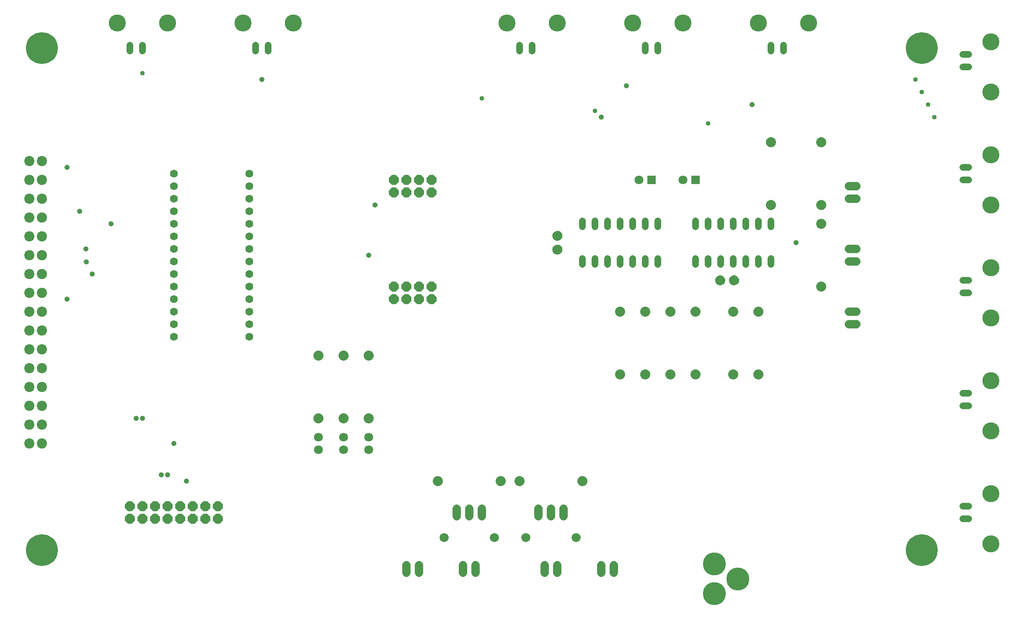
<source format=gbs>
G04 EAGLE Gerber X2 export*
%TF.Part,Single*%
%TF.FileFunction,Other,Bottom Soldermask*%
%TF.FilePolarity,Positive*%
%TF.GenerationSoftware,Autodesk,EAGLE,8.6.3*%
%TF.CreationDate,2018-06-13T18:23:44Z*%
G75*
%MOMM*%
%FSLAX34Y34*%
%LPD*%
%AMOC8*
5,1,8,0,0,1.08239X$1,22.5*%
G01*
%ADD10C,4.648200*%
%ADD11C,2.057400*%
%ADD12C,1.358800*%
%ADD13C,3.452400*%
%ADD14C,1.600200*%
%ADD15P,2.199416X8X22.500000*%
%ADD16C,1.676400*%
%ADD17C,1.828800*%
%ADD18C,2.032000*%
%ADD19R,1.803400X1.803400*%
%ADD20C,1.803400*%
%ADD21C,1.371600*%
%ADD22C,6.438900*%
%ADD23C,1.066800*%
%ADD24C,0.958800*%

G36*
X1093718Y753336D02*
X1093718Y753336D01*
X1093761Y753347D01*
X1093827Y753353D01*
X1095457Y753765D01*
X1095497Y753783D01*
X1095561Y753801D01*
X1097094Y754489D01*
X1097131Y754514D01*
X1097191Y754543D01*
X1098581Y755487D01*
X1098613Y755518D01*
X1098667Y755556D01*
X1099873Y756727D01*
X1099899Y756764D01*
X1099945Y756811D01*
X1100929Y758173D01*
X1100948Y758214D01*
X1100985Y758268D01*
X1101718Y759781D01*
X1101730Y759824D01*
X1101757Y759884D01*
X1102215Y761501D01*
X1102220Y761546D01*
X1102236Y761610D01*
X1102407Y763282D01*
X1102403Y763330D01*
X1102407Y763409D01*
X1102241Y765081D01*
X1102229Y765124D01*
X1102220Y765190D01*
X1101766Y766807D01*
X1101747Y766848D01*
X1101727Y766911D01*
X1100999Y768425D01*
X1100973Y768461D01*
X1100943Y768520D01*
X1099962Y769885D01*
X1099930Y769916D01*
X1099890Y769969D01*
X1098688Y771143D01*
X1098651Y771168D01*
X1098603Y771213D01*
X1097215Y772160D01*
X1097174Y772178D01*
X1097118Y772214D01*
X1095587Y772906D01*
X1095544Y772917D01*
X1095483Y772943D01*
X1093854Y773358D01*
X1093810Y773361D01*
X1093745Y773376D01*
X1092070Y773502D01*
X1092023Y773498D01*
X1091951Y773500D01*
X1090116Y773295D01*
X1090069Y773281D01*
X1089994Y773269D01*
X1088233Y772709D01*
X1088191Y772686D01*
X1088119Y772660D01*
X1086502Y771767D01*
X1086464Y771737D01*
X1086399Y771697D01*
X1084987Y770506D01*
X1084956Y770469D01*
X1084900Y770417D01*
X1083747Y768973D01*
X1083725Y768931D01*
X1083680Y768869D01*
X1082831Y767228D01*
X1082817Y767182D01*
X1082785Y767113D01*
X1082272Y765338D01*
X1082267Y765290D01*
X1082250Y765215D01*
X1082093Y763375D01*
X1082097Y763331D01*
X1082093Y763266D01*
X1082253Y761435D01*
X1082266Y761389D01*
X1082274Y761328D01*
X1082274Y761326D01*
X1082276Y761313D01*
X1082790Y759549D01*
X1082811Y759505D01*
X1082836Y759433D01*
X1083685Y757803D01*
X1083714Y757765D01*
X1083753Y757699D01*
X1084903Y756266D01*
X1084939Y756234D01*
X1084990Y756177D01*
X1086398Y754996D01*
X1086439Y754972D01*
X1086500Y754926D01*
X1088112Y754042D01*
X1088157Y754027D01*
X1088226Y753993D01*
X1089979Y753441D01*
X1090026Y753435D01*
X1090100Y753415D01*
X1091927Y753216D01*
X1091973Y753219D01*
X1092042Y753213D01*
X1093718Y753336D01*
G37*
G36*
X1093718Y725345D02*
X1093718Y725345D01*
X1093761Y725356D01*
X1093827Y725362D01*
X1095457Y725774D01*
X1095497Y725792D01*
X1095561Y725810D01*
X1097094Y726498D01*
X1097131Y726523D01*
X1097191Y726552D01*
X1098581Y727496D01*
X1098613Y727527D01*
X1098667Y727565D01*
X1099873Y728736D01*
X1099899Y728773D01*
X1099945Y728820D01*
X1100929Y730182D01*
X1100948Y730223D01*
X1100985Y730277D01*
X1101718Y731790D01*
X1101730Y731833D01*
X1101757Y731893D01*
X1102215Y733510D01*
X1102220Y733555D01*
X1102236Y733619D01*
X1102407Y735291D01*
X1102403Y735339D01*
X1102407Y735418D01*
X1102241Y737090D01*
X1102229Y737133D01*
X1102220Y737199D01*
X1101766Y738816D01*
X1101747Y738857D01*
X1101727Y738920D01*
X1100999Y740434D01*
X1100973Y740470D01*
X1100943Y740529D01*
X1099962Y741894D01*
X1099930Y741925D01*
X1099890Y741978D01*
X1098688Y743152D01*
X1098651Y743177D01*
X1098603Y743222D01*
X1097215Y744169D01*
X1097174Y744187D01*
X1097118Y744223D01*
X1095587Y744915D01*
X1095544Y744926D01*
X1095483Y744952D01*
X1093854Y745367D01*
X1093810Y745370D01*
X1093745Y745385D01*
X1092070Y745511D01*
X1092023Y745507D01*
X1091951Y745509D01*
X1090116Y745304D01*
X1090069Y745290D01*
X1089994Y745278D01*
X1088233Y744718D01*
X1088191Y744695D01*
X1088119Y744669D01*
X1086502Y743776D01*
X1086464Y743746D01*
X1086399Y743706D01*
X1084987Y742515D01*
X1084956Y742478D01*
X1084900Y742426D01*
X1083747Y740982D01*
X1083725Y740940D01*
X1083680Y740878D01*
X1082831Y739237D01*
X1082817Y739191D01*
X1082785Y739122D01*
X1082272Y737347D01*
X1082267Y737299D01*
X1082250Y737224D01*
X1082093Y735384D01*
X1082097Y735340D01*
X1082093Y735275D01*
X1082253Y733444D01*
X1082266Y733398D01*
X1082274Y733337D01*
X1082274Y733335D01*
X1082276Y733322D01*
X1082790Y731558D01*
X1082811Y731514D01*
X1082836Y731442D01*
X1083685Y729812D01*
X1083714Y729774D01*
X1083753Y729708D01*
X1084903Y728275D01*
X1084939Y728243D01*
X1084990Y728186D01*
X1086398Y727005D01*
X1086439Y726981D01*
X1086500Y726935D01*
X1088112Y726051D01*
X1088157Y726036D01*
X1088226Y726002D01*
X1089979Y725450D01*
X1090026Y725444D01*
X1090100Y725424D01*
X1091927Y725225D01*
X1091973Y725228D01*
X1092042Y725222D01*
X1093718Y725345D01*
G37*
G36*
X1449060Y662997D02*
X1449060Y662997D01*
X1449125Y662993D01*
X1450956Y663153D01*
X1451002Y663166D01*
X1451078Y663176D01*
X1452842Y663690D01*
X1452886Y663711D01*
X1452958Y663736D01*
X1454588Y664585D01*
X1454626Y664614D01*
X1454692Y664653D01*
X1456125Y665803D01*
X1456157Y665839D01*
X1456214Y665890D01*
X1457395Y667298D01*
X1457419Y667339D01*
X1457465Y667400D01*
X1458010Y668393D01*
X1458349Y669012D01*
X1458364Y669057D01*
X1458398Y669126D01*
X1458950Y670879D01*
X1458956Y670926D01*
X1458976Y671000D01*
X1459176Y672827D01*
X1459172Y672873D01*
X1459178Y672942D01*
X1459055Y674618D01*
X1459044Y674661D01*
X1459038Y674727D01*
X1458627Y676357D01*
X1458608Y676397D01*
X1458590Y676461D01*
X1457902Y677994D01*
X1457877Y678031D01*
X1457848Y678091D01*
X1456904Y679481D01*
X1456873Y679513D01*
X1456835Y679567D01*
X1455664Y680773D01*
X1455628Y680799D01*
X1455580Y680845D01*
X1454218Y681829D01*
X1454177Y681848D01*
X1454123Y681885D01*
X1452610Y682618D01*
X1452567Y682630D01*
X1452507Y682657D01*
X1450890Y683115D01*
X1450845Y683120D01*
X1450781Y683136D01*
X1449109Y683307D01*
X1449061Y683303D01*
X1448982Y683307D01*
X1447310Y683141D01*
X1447267Y683129D01*
X1447202Y683120D01*
X1445584Y682666D01*
X1445543Y682647D01*
X1445480Y682627D01*
X1443966Y681899D01*
X1443930Y681873D01*
X1443871Y681843D01*
X1442506Y680862D01*
X1442475Y680830D01*
X1442422Y680790D01*
X1441248Y679588D01*
X1441223Y679551D01*
X1441178Y679503D01*
X1440231Y678115D01*
X1440213Y678074D01*
X1440177Y678018D01*
X1439485Y676487D01*
X1439474Y676444D01*
X1439448Y676383D01*
X1439033Y674754D01*
X1439030Y674710D01*
X1439015Y674645D01*
X1438889Y672970D01*
X1438893Y672923D01*
X1438891Y672851D01*
X1439096Y671016D01*
X1439110Y670969D01*
X1439122Y670894D01*
X1439682Y669133D01*
X1439705Y669091D01*
X1439731Y669019D01*
X1440624Y667402D01*
X1440654Y667364D01*
X1440694Y667299D01*
X1441885Y665887D01*
X1441922Y665856D01*
X1441974Y665800D01*
X1443418Y664647D01*
X1443460Y664625D01*
X1443522Y664580D01*
X1445163Y663731D01*
X1445209Y663717D01*
X1445278Y663685D01*
X1447053Y663172D01*
X1447101Y663167D01*
X1447176Y663150D01*
X1449016Y662993D01*
X1449060Y662997D01*
G37*
G36*
X1421069Y662997D02*
X1421069Y662997D01*
X1421134Y662993D01*
X1422965Y663153D01*
X1423011Y663166D01*
X1423087Y663176D01*
X1424851Y663690D01*
X1424895Y663711D01*
X1424967Y663736D01*
X1426597Y664585D01*
X1426635Y664614D01*
X1426701Y664653D01*
X1428134Y665803D01*
X1428166Y665839D01*
X1428223Y665890D01*
X1429404Y667298D01*
X1429428Y667339D01*
X1429474Y667400D01*
X1430019Y668393D01*
X1430358Y669012D01*
X1430373Y669057D01*
X1430407Y669126D01*
X1430959Y670879D01*
X1430965Y670926D01*
X1430985Y671000D01*
X1431185Y672827D01*
X1431181Y672873D01*
X1431187Y672942D01*
X1431064Y674618D01*
X1431053Y674661D01*
X1431047Y674727D01*
X1430636Y676357D01*
X1430617Y676397D01*
X1430599Y676461D01*
X1429911Y677994D01*
X1429886Y678031D01*
X1429857Y678091D01*
X1428913Y679481D01*
X1428882Y679513D01*
X1428844Y679567D01*
X1427673Y680773D01*
X1427637Y680799D01*
X1427589Y680845D01*
X1426227Y681829D01*
X1426186Y681848D01*
X1426132Y681885D01*
X1424619Y682618D01*
X1424576Y682630D01*
X1424516Y682657D01*
X1422899Y683115D01*
X1422854Y683120D01*
X1422790Y683136D01*
X1421118Y683307D01*
X1421070Y683303D01*
X1420991Y683307D01*
X1419319Y683141D01*
X1419276Y683129D01*
X1419211Y683120D01*
X1417593Y682666D01*
X1417552Y682647D01*
X1417489Y682627D01*
X1415975Y681899D01*
X1415939Y681873D01*
X1415880Y681843D01*
X1414515Y680862D01*
X1414484Y680830D01*
X1414431Y680790D01*
X1413257Y679588D01*
X1413232Y679551D01*
X1413187Y679503D01*
X1412240Y678115D01*
X1412222Y678074D01*
X1412186Y678018D01*
X1411494Y676487D01*
X1411483Y676444D01*
X1411457Y676383D01*
X1411042Y674754D01*
X1411039Y674710D01*
X1411024Y674645D01*
X1410898Y672970D01*
X1410902Y672923D01*
X1410900Y672851D01*
X1411105Y671016D01*
X1411119Y670969D01*
X1411131Y670894D01*
X1411691Y669133D01*
X1411714Y669091D01*
X1411740Y669019D01*
X1412633Y667402D01*
X1412663Y667364D01*
X1412703Y667299D01*
X1413894Y665887D01*
X1413931Y665856D01*
X1413983Y665800D01*
X1415427Y664647D01*
X1415469Y664625D01*
X1415531Y664580D01*
X1417172Y663731D01*
X1417218Y663717D01*
X1417287Y663685D01*
X1419062Y663172D01*
X1419110Y663167D01*
X1419185Y663150D01*
X1421025Y662993D01*
X1421069Y662997D01*
G37*
D10*
X1409700Y98900D03*
X1409700Y38900D03*
X1456700Y68900D03*
D11*
X50800Y914400D03*
X50800Y876300D03*
X50800Y838200D03*
X50800Y800100D03*
X50800Y762000D03*
X50800Y723900D03*
X50800Y685800D03*
X50800Y647700D03*
X50800Y609600D03*
X50800Y571500D03*
X50800Y533400D03*
X50800Y495300D03*
X50800Y457200D03*
X50800Y419100D03*
X50800Y381000D03*
X50800Y342900D03*
X25400Y914400D03*
X25400Y876300D03*
X25400Y838200D03*
X25400Y800100D03*
X25400Y762000D03*
X25400Y723900D03*
X25400Y685800D03*
X25400Y647700D03*
X25400Y609600D03*
X25400Y571500D03*
X25400Y533400D03*
X25400Y495300D03*
X25400Y457200D03*
X25400Y419100D03*
X25400Y381000D03*
X25400Y342900D03*
D12*
X228600Y1136968D02*
X228600Y1149032D01*
X254000Y1149032D02*
X254000Y1136968D01*
D13*
X203200Y1193800D03*
X304800Y1193800D03*
D12*
X1911668Y215900D02*
X1923732Y215900D01*
X1923732Y190500D02*
X1911668Y190500D01*
D13*
X1968500Y241300D03*
X1968500Y139700D03*
D14*
X469900Y558800D03*
X469900Y584200D03*
X469900Y609600D03*
X469900Y635000D03*
X469900Y660400D03*
X469900Y685800D03*
X469900Y711200D03*
X469900Y736600D03*
X469900Y762000D03*
X469900Y787400D03*
X469900Y812800D03*
X469900Y838200D03*
X469900Y863600D03*
X469900Y889000D03*
X317500Y889000D03*
X317500Y863600D03*
X317500Y838200D03*
X317500Y812800D03*
X317500Y787400D03*
X317500Y762000D03*
X317500Y736600D03*
X317500Y711200D03*
X317500Y685800D03*
X317500Y660400D03*
X317500Y635000D03*
X317500Y609600D03*
X317500Y584200D03*
X317500Y558800D03*
D12*
X482600Y1136968D02*
X482600Y1149032D01*
X508000Y1149032D02*
X508000Y1136968D01*
D13*
X457200Y1193800D03*
X558800Y1193800D03*
D12*
X1524000Y1149032D02*
X1524000Y1136968D01*
X1549400Y1136968D02*
X1549400Y1149032D01*
D13*
X1498600Y1193800D03*
X1600200Y1193800D03*
D12*
X1270000Y1149032D02*
X1270000Y1136968D01*
X1295400Y1136968D02*
X1295400Y1149032D01*
D13*
X1244600Y1193800D03*
X1346200Y1193800D03*
D12*
X1016000Y1149032D02*
X1016000Y1136968D01*
X1041400Y1136968D02*
X1041400Y1149032D01*
D13*
X990600Y1193800D03*
X1092200Y1193800D03*
D12*
X1911668Y1130300D02*
X1923732Y1130300D01*
X1923732Y1104900D02*
X1911668Y1104900D01*
D13*
X1968500Y1155700D03*
X1968500Y1054100D03*
D12*
X1923732Y901700D02*
X1911668Y901700D01*
X1911668Y876300D02*
X1923732Y876300D01*
D13*
X1968500Y927100D03*
X1968500Y825500D03*
D12*
X1923732Y673100D02*
X1911668Y673100D01*
X1911668Y647700D02*
X1923732Y647700D01*
D13*
X1968500Y698500D03*
X1968500Y596900D03*
D12*
X1923732Y444500D02*
X1911668Y444500D01*
X1911668Y419100D02*
X1923732Y419100D01*
D13*
X1968500Y469900D03*
X1968500Y368300D03*
D15*
X762000Y850900D03*
X762000Y876300D03*
X787400Y850900D03*
X787400Y876300D03*
X812800Y850900D03*
X812800Y876300D03*
X838200Y850900D03*
X838200Y876300D03*
X762000Y635000D03*
X762000Y660400D03*
X787400Y635000D03*
X787400Y660400D03*
X812800Y635000D03*
X812800Y660400D03*
X838200Y635000D03*
X838200Y660400D03*
D16*
X1681480Y711200D02*
X1696720Y711200D01*
X1696720Y736600D02*
X1681480Y736600D01*
X1681480Y838200D02*
X1696720Y838200D01*
X1696720Y863600D02*
X1681480Y863600D01*
X1681480Y584200D02*
X1696720Y584200D01*
X1696720Y609600D02*
X1681480Y609600D01*
X901700Y96520D02*
X901700Y81280D01*
X927100Y81280D02*
X927100Y96520D01*
X889000Y195580D02*
X889000Y210820D01*
X914400Y210820D02*
X914400Y195580D01*
X939800Y195580D02*
X939800Y210820D01*
D17*
X863600Y152400D03*
X965200Y152400D03*
D16*
X787400Y96520D02*
X787400Y81280D01*
X812800Y81280D02*
X812800Y96520D01*
D18*
X977900Y266700D03*
X850900Y266700D03*
D16*
X1066800Y96520D02*
X1066800Y81280D01*
X1092200Y81280D02*
X1092200Y96520D01*
X1054100Y195580D02*
X1054100Y210820D01*
X1079500Y210820D02*
X1079500Y195580D01*
X1104900Y195580D02*
X1104900Y210820D01*
D17*
X1028700Y152400D03*
X1130300Y152400D03*
D16*
X1181100Y96520D02*
X1181100Y81280D01*
X1206500Y81280D02*
X1206500Y96520D01*
D18*
X1143000Y266700D03*
X1016000Y266700D03*
D19*
X1371600Y876300D03*
D20*
X1346200Y876300D03*
D19*
X1282700Y876300D03*
D20*
X1257300Y876300D03*
D21*
X1371600Y717296D02*
X1371600Y705104D01*
X1397000Y705104D02*
X1397000Y717296D01*
X1524000Y717296D02*
X1524000Y705104D01*
X1524000Y781304D02*
X1524000Y793496D01*
X1422400Y717296D02*
X1422400Y705104D01*
X1447800Y705104D02*
X1447800Y717296D01*
X1498600Y717296D02*
X1498600Y705104D01*
X1473200Y705104D02*
X1473200Y717296D01*
X1498600Y781304D02*
X1498600Y793496D01*
X1473200Y793496D02*
X1473200Y781304D01*
X1447800Y781304D02*
X1447800Y793496D01*
X1422400Y793496D02*
X1422400Y781304D01*
X1397000Y781304D02*
X1397000Y793496D01*
X1371600Y793496D02*
X1371600Y781304D01*
X1143000Y717296D02*
X1143000Y705104D01*
X1168400Y705104D02*
X1168400Y717296D01*
X1295400Y717296D02*
X1295400Y705104D01*
X1295400Y781304D02*
X1295400Y793496D01*
X1193800Y717296D02*
X1193800Y705104D01*
X1219200Y705104D02*
X1219200Y717296D01*
X1270000Y717296D02*
X1270000Y705104D01*
X1244600Y705104D02*
X1244600Y717296D01*
X1270000Y781304D02*
X1270000Y793496D01*
X1244600Y793496D02*
X1244600Y781304D01*
X1219200Y781304D02*
X1219200Y793496D01*
X1193800Y793496D02*
X1193800Y781304D01*
X1168400Y781304D02*
X1168400Y793496D01*
X1143000Y793496D02*
X1143000Y781304D01*
D18*
X1447800Y482600D03*
X1447800Y609600D03*
X1320800Y482600D03*
X1320800Y609600D03*
X1219200Y482600D03*
X1219200Y609600D03*
X1371600Y482600D03*
X1371600Y609600D03*
X1270000Y482600D03*
X1270000Y609600D03*
X1498600Y482600D03*
X1498600Y609600D03*
X1625600Y787400D03*
X1625600Y660400D03*
X1625600Y952500D03*
X1625600Y825500D03*
D20*
X711200Y355600D03*
X711200Y330200D03*
X660400Y355600D03*
X660400Y330200D03*
X609600Y355600D03*
X609600Y330200D03*
D18*
X711200Y393700D03*
X711200Y520700D03*
X660400Y393700D03*
X660400Y520700D03*
X609600Y393700D03*
X609600Y520700D03*
X1524000Y952500D03*
X1524000Y825500D03*
D15*
X228600Y190500D03*
X228600Y215900D03*
X254000Y190500D03*
X254000Y215900D03*
X279400Y190500D03*
X279400Y215900D03*
X304800Y190500D03*
X304800Y215900D03*
X330200Y190500D03*
X330200Y215900D03*
X355600Y190500D03*
X355600Y215900D03*
X381000Y190500D03*
X381000Y215900D03*
X406400Y190500D03*
X406400Y215900D03*
D22*
X50800Y127000D03*
X50800Y1143000D03*
X1828800Y1143000D03*
X1828800Y127000D03*
D23*
X342900Y266700D03*
X127000Y812800D03*
X1231900Y1066800D03*
D24*
X1854200Y1003300D03*
D23*
X190500Y787400D03*
X1181100Y1003300D03*
X723900Y825500D03*
X711200Y723900D03*
D24*
X1841500Y1028700D03*
D23*
X304800Y279400D03*
X1485900Y1028700D03*
D24*
X254000Y1092200D03*
D23*
X241300Y393700D03*
X101600Y901700D03*
X254000Y393700D03*
X1574800Y749300D03*
D24*
X1828800Y1054100D03*
D23*
X139700Y736600D03*
D24*
X1816100Y1079500D03*
D23*
X495300Y1079500D03*
X152400Y685800D03*
X101600Y635000D03*
D24*
X939800Y1041400D03*
D23*
X317500Y342900D03*
X140488Y710499D03*
D24*
X1168400Y1016000D03*
D23*
X292100Y279400D03*
D24*
X1397000Y990600D03*
M02*

</source>
